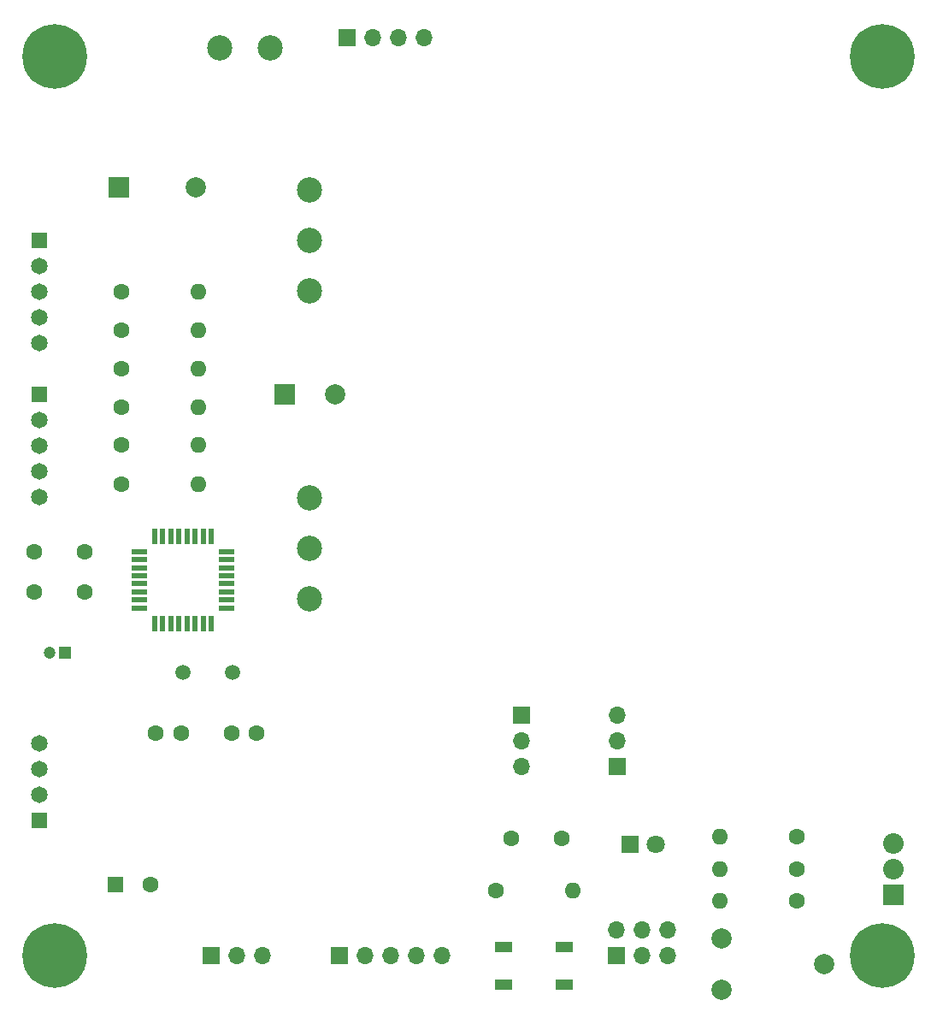
<source format=gbr>
G04 #@! TF.GenerationSoftware,KiCad,Pcbnew,(5.1.7)-1*
G04 #@! TF.CreationDate,2021-01-05T13:25:27+01:00*
G04 #@! TF.ProjectId,AbsauganlageV3,41627361-7567-4616-9e6c-61676556332e,rev?*
G04 #@! TF.SameCoordinates,Original*
G04 #@! TF.FileFunction,Soldermask,Top*
G04 #@! TF.FilePolarity,Negative*
%FSLAX46Y46*%
G04 Gerber Fmt 4.6, Leading zero omitted, Abs format (unit mm)*
G04 Created by KiCad (PCBNEW (5.1.7)-1) date 2021-01-05 13:25:27*
%MOMM*%
%LPD*%
G01*
G04 APERTURE LIST*
%ADD10C,1.500000*%
%ADD11R,1.700000X1.700000*%
%ADD12O,1.700000X1.700000*%
%ADD13R,2.000000X2.000000*%
%ADD14C,2.000000*%
%ADD15C,1.600000*%
%ADD16R,1.200000X1.200000*%
%ADD17C,1.200000*%
%ADD18R,1.600000X1.600000*%
%ADD19R,1.800000X1.800000*%
%ADD20C,1.800000*%
%ADD21C,6.400000*%
%ADD22C,0.800000*%
%ADD23C,2.500000*%
%ADD24R,1.650000X1.650000*%
%ADD25C,1.650000*%
%ADD26R,2.040000X2.040000*%
%ADD27C,2.040000*%
%ADD28O,1.600000X1.600000*%
%ADD29R,1.800000X1.000000*%
%ADD30R,0.550000X1.500000*%
%ADD31R,1.500000X0.550000*%
G04 APERTURE END LIST*
D10*
X202708000Y-86000000D03*
X207588000Y-86000000D03*
D11*
X236220000Y-90170000D03*
D12*
X236220000Y-92710000D03*
X236220000Y-95250000D03*
D13*
X196400000Y-38000000D03*
D14*
X204000000Y-38000000D03*
D15*
X200000000Y-92000000D03*
X202500000Y-92000000D03*
X207500000Y-92000000D03*
X210000000Y-92000000D03*
X193000000Y-74000000D03*
X188000000Y-74000000D03*
D16*
X191000000Y-84000000D03*
D17*
X189500000Y-84000000D03*
D15*
X188000000Y-78000000D03*
X193000000Y-78000000D03*
X235204000Y-102378000D03*
X240204000Y-102378000D03*
D18*
X196000000Y-107000000D03*
D15*
X199500000Y-107000000D03*
D13*
X212805000Y-58420000D03*
D14*
X217805000Y-58420000D03*
D19*
X247015000Y-103000000D03*
D20*
X249555000Y-103000000D03*
D21*
X272000000Y-114000000D03*
D22*
X274400000Y-114000000D03*
X273697056Y-115697056D03*
X272000000Y-116400000D03*
X270302944Y-115697056D03*
X269600000Y-114000000D03*
X270302944Y-112302944D03*
X272000000Y-111600000D03*
X273697056Y-112302944D03*
X191697056Y-23302944D03*
X190000000Y-22600000D03*
X188302944Y-23302944D03*
X187600000Y-25000000D03*
X188302944Y-26697056D03*
X190000000Y-27400000D03*
X191697056Y-26697056D03*
X192400000Y-25000000D03*
D21*
X190000000Y-25000000D03*
D22*
X273697056Y-23302944D03*
X272000000Y-22600000D03*
X270302944Y-23302944D03*
X269600000Y-25000000D03*
X270302944Y-26697056D03*
X272000000Y-27400000D03*
X273697056Y-26697056D03*
X274400000Y-25000000D03*
D21*
X272000000Y-25000000D03*
X190000000Y-114000000D03*
D22*
X192400000Y-114000000D03*
X191697056Y-115697056D03*
X190000000Y-116400000D03*
X188302944Y-115697056D03*
X187600000Y-114000000D03*
X188302944Y-112302944D03*
X190000000Y-111600000D03*
X191697056Y-112302944D03*
D11*
X245618000Y-114000000D03*
D12*
X245618000Y-111460000D03*
X248158000Y-114000000D03*
X248158000Y-111460000D03*
X250698000Y-114000000D03*
X250698000Y-111460000D03*
D11*
X218186000Y-114000000D03*
D12*
X220726000Y-114000000D03*
X223266000Y-114000000D03*
X225806000Y-114000000D03*
X228346000Y-114000000D03*
D23*
X215265000Y-43180000D03*
X215265000Y-38180000D03*
X215265000Y-48180000D03*
D11*
X218948000Y-23114000D03*
D12*
X221488000Y-23114000D03*
X224028000Y-23114000D03*
X226568000Y-23114000D03*
D24*
X188468000Y-100584000D03*
D25*
X188468000Y-98044000D03*
X188468000Y-92964000D03*
X188468000Y-95504000D03*
D11*
X205486000Y-114000000D03*
D12*
X208026000Y-114000000D03*
X210566000Y-114000000D03*
D23*
X215265000Y-78660000D03*
X215265000Y-68660000D03*
X215265000Y-73660000D03*
D24*
X188468000Y-58420000D03*
D25*
X188468000Y-60960000D03*
X188468000Y-63500000D03*
X188468000Y-66040000D03*
X188468000Y-68580000D03*
D26*
X273050000Y-107950000D03*
D27*
X273050000Y-105410000D03*
X273050000Y-102870000D03*
D12*
X245745000Y-90170000D03*
X245745000Y-92710000D03*
D11*
X245745000Y-95250000D03*
D23*
X211328000Y-24130000D03*
X206328000Y-24130000D03*
D25*
X188468000Y-53340000D03*
X188468000Y-50800000D03*
X188468000Y-48260000D03*
X188468000Y-45720000D03*
D24*
X188468000Y-43180000D03*
D28*
X241300000Y-107585000D03*
D15*
X233680000Y-107585000D03*
D28*
X204216000Y-67310000D03*
D15*
X196596000Y-67310000D03*
X196611000Y-63470000D03*
D28*
X204231000Y-63470000D03*
X255905000Y-105410000D03*
D15*
X263525000Y-105410000D03*
X263525000Y-102235000D03*
D28*
X255905000Y-102235000D03*
D15*
X196596000Y-48260000D03*
D28*
X204216000Y-48260000D03*
X204216000Y-52070000D03*
D15*
X196596000Y-52070000D03*
X196596000Y-55880000D03*
D28*
X204216000Y-55880000D03*
X204216000Y-59690000D03*
D15*
X196596000Y-59690000D03*
D28*
X255905000Y-108585000D03*
D15*
X263525000Y-108585000D03*
D14*
X256032000Y-112268000D03*
X256032000Y-117348000D03*
X266192000Y-114808000D03*
D29*
X234490000Y-113125000D03*
X240490000Y-113125000D03*
X240490000Y-116875000D03*
X234490000Y-116875000D03*
D30*
X199908000Y-81100000D03*
X200708000Y-81100000D03*
X201508000Y-81100000D03*
X202308000Y-81100000D03*
X203108000Y-81100000D03*
X203908000Y-81100000D03*
X204708000Y-81100000D03*
X205508000Y-81100000D03*
D31*
X207008000Y-79600000D03*
X207008000Y-78800000D03*
X207008000Y-78000000D03*
X207008000Y-77200000D03*
X207008000Y-76400000D03*
X207008000Y-75600000D03*
X207008000Y-74800000D03*
X207008000Y-74000000D03*
D30*
X205508000Y-72500000D03*
X204708000Y-72500000D03*
X203908000Y-72500000D03*
X203108000Y-72500000D03*
X202308000Y-72500000D03*
X201508000Y-72500000D03*
X200708000Y-72500000D03*
X199908000Y-72500000D03*
D31*
X198408000Y-74000000D03*
X198408000Y-74800000D03*
X198408000Y-75600000D03*
X198408000Y-76400000D03*
X198408000Y-77200000D03*
X198408000Y-78000000D03*
X198408000Y-78800000D03*
X198408000Y-79600000D03*
M02*

</source>
